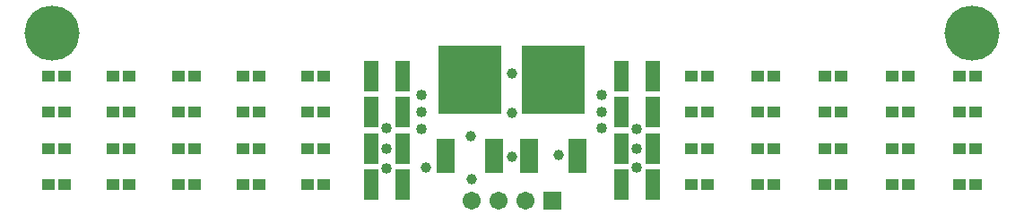
<source format=gts>
G04*
G04 #@! TF.GenerationSoftware,Altium Limited,Altium Designer,19.0.15 (446)*
G04*
G04 Layer_Color=8388736*
%FSLAX25Y25*%
%MOIN*%
G70*
G01*
G75*
%ADD14R,0.04800X0.04300*%
%ADD15R,0.05328X0.11430*%
%ADD16R,0.07099X0.12611*%
%ADD17R,0.23635X0.25210*%
%ADD18C,0.20485*%
%ADD19C,0.06706*%
%ADD20R,0.06706X0.06706*%
%ADD21C,0.03950*%
%ADD22C,0.04000*%
D14*
X249587Y62000D02*
D03*
X255587D02*
D03*
X274524D02*
D03*
X280524D02*
D03*
X299461D02*
D03*
X305461D02*
D03*
X324398D02*
D03*
X330398D02*
D03*
X349335D02*
D03*
X355335D02*
D03*
X113173D02*
D03*
X107173D02*
D03*
X89046D02*
D03*
X83046D02*
D03*
X64919D02*
D03*
X58919D02*
D03*
X40792D02*
D03*
X34792D02*
D03*
X16665D02*
D03*
X10665D02*
D03*
X249587Y48500D02*
D03*
X255587D02*
D03*
X274524D02*
D03*
X280524D02*
D03*
X299461D02*
D03*
X305461D02*
D03*
X324398D02*
D03*
X330398D02*
D03*
X349335D02*
D03*
X355335D02*
D03*
X113173D02*
D03*
X107173D02*
D03*
X89046D02*
D03*
X83046D02*
D03*
X64919D02*
D03*
X58919D02*
D03*
X40792D02*
D03*
X34792D02*
D03*
X16665D02*
D03*
X10665D02*
D03*
X249587Y35000D02*
D03*
X255587D02*
D03*
X274524D02*
D03*
X280524D02*
D03*
X299461D02*
D03*
X305461D02*
D03*
X324398D02*
D03*
X330398D02*
D03*
X349335D02*
D03*
X355335D02*
D03*
X113173D02*
D03*
X107173D02*
D03*
X89046D02*
D03*
X83046D02*
D03*
X64919D02*
D03*
X58919D02*
D03*
X40792D02*
D03*
X34792D02*
D03*
X16665D02*
D03*
X10665D02*
D03*
X249587Y21500D02*
D03*
X255587D02*
D03*
X274524D02*
D03*
X280524D02*
D03*
X299461D02*
D03*
X305461D02*
D03*
X324398D02*
D03*
X330398D02*
D03*
X349335D02*
D03*
X355335D02*
D03*
X113173D02*
D03*
X107173D02*
D03*
X89046D02*
D03*
X83046D02*
D03*
X64919D02*
D03*
X58919D02*
D03*
X40792D02*
D03*
X34792D02*
D03*
X16665D02*
D03*
X10665D02*
D03*
D15*
X235405Y62000D02*
D03*
X223594D02*
D03*
X130595D02*
D03*
X142405D02*
D03*
X235405Y48500D02*
D03*
X223594D02*
D03*
X130595D02*
D03*
X142405D02*
D03*
X235405Y35000D02*
D03*
X223594D02*
D03*
X130595D02*
D03*
X142405D02*
D03*
X235405Y21500D02*
D03*
X223594D02*
D03*
X130595D02*
D03*
X142405D02*
D03*
D16*
X189484Y32177D02*
D03*
X207516D02*
D03*
X158484D02*
D03*
X176516D02*
D03*
D17*
X198500Y60524D02*
D03*
X167500D02*
D03*
D18*
X354000Y78000D02*
D03*
X12000D02*
D03*
D19*
X168000Y15500D02*
D03*
X178000D02*
D03*
X188000D02*
D03*
D20*
X198000D02*
D03*
D21*
X151000Y27909D02*
D03*
X200500Y32500D02*
D03*
X183177Y48315D02*
D03*
Y62906D02*
D03*
X167558Y39500D02*
D03*
X168000Y23500D02*
D03*
X183000Y32000D02*
D03*
D22*
X229500Y34909D02*
D03*
Y27909D02*
D03*
Y42358D02*
D03*
X216500Y48409D02*
D03*
Y42409D02*
D03*
Y54909D02*
D03*
X136500Y34909D02*
D03*
Y27409D02*
D03*
Y42409D02*
D03*
X149500Y48654D02*
D03*
Y54909D02*
D03*
Y42094D02*
D03*
M02*

</source>
